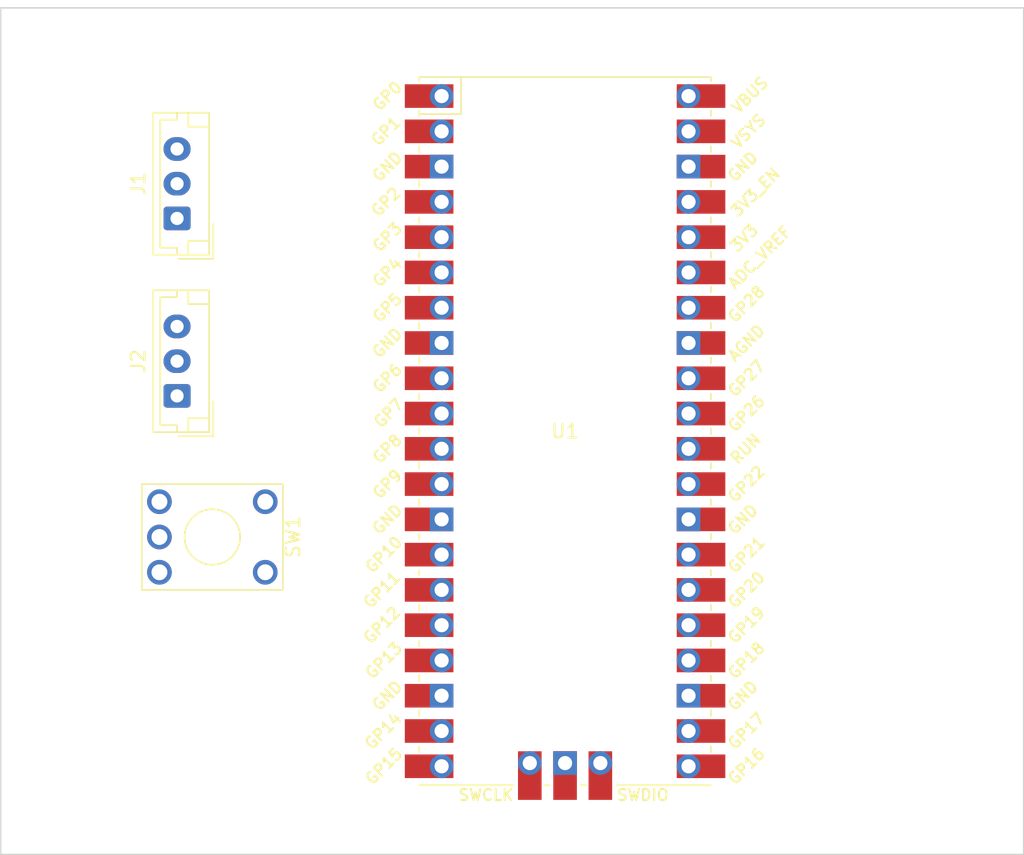
<source format=kicad_pcb>
(kicad_pcb (version 20211014) (generator pcbnew)
  (layers (0 "F.Cu" signal) (31 "B.Cu" signal) (34 "B.Paste" user) (35 "F.Paste" user) (36 "B.SilkS" user "B.Silkscreen") (37 "F.SilkS" user "F.Silkscreen") (38 "B.Mask" user) (39 "F.Mask" user) (44 "Edge.Cuts" user))
  (net 0 "")
  (net 1 "Net-(J2-Pad1)")
  (net 2 "Net-(J1-Pad2)")
  (net 3 "Net-(J1-Pad3)")
  (net 4 "Net-(J2-Pad2)")
  (net 5 "Net-(SW1-Pad2)")
  (footprint "Connector_JST:JST_EH_B3B-EH-A_1x03_P2.50mm_Vertical" (layer "F.Cu") (at 124.46 32.94 90)
    (fp_text reference "J1" (at 2.5 -2.8 90) (layer "F.SilkS"))
    (fp_text value "Conn_01x03")
    (fp_line (start -2.61 2.31) (end 7.61 2.31) (layer "F.SilkS") (width 0.12))
    (fp_line (start -2.61 0) (end -2.11 0) (layer "F.SilkS") (width 0.12))
    (fp_line (start 7.61 -1.71) (end -2.61 -1.71) (layer "F.SilkS") (width 0.12))
    (fp_line (start 6.61 0.81) (end 6.61 2.31) (layer "F.SilkS") (width 0.12))
    (fp_line (start -2.61 0.81) (end -1.61 0.81) (layer "F.SilkS") (width 0.12))
    (fp_line (start 7.11 -1.21) (end 7.11 0) (layer "F.SilkS") (width 0.12))
    (fp_line (start -2.11 0) (end -2.11 -1.21) (layer "F.SilkS") (width 0.12))
    (fp_line (start -2.11 -1.21) (end 7.11 -1.21) (layer "F.SilkS") (width 0.12))
    (fp_line (start -1.61 0.81) (end -1.61 2.31) (layer "F.SilkS") (width 0.12))
    (fp_line (start 7.11 0) (end 7.61 0) (layer "F.SilkS") (width 0.12))
    (fp_line (start -2.61 -1.71) (end -2.61 2.31) (layer "F.SilkS") (width 0.12))
    (fp_line (start 7.61 2.31) (end 7.61 -1.71) (layer "F.SilkS") (width 0.12))
    (fp_line (start -2.91 0.11) (end -2.91 2.61) (layer "F.SilkS") (width 0.12))
    (fp_line (start -2.91 2.61) (end -0.41 2.61) (layer "F.SilkS") (width 0.12))
    (fp_line (start 7.61 0.81) (end 6.61 0.81) (layer "F.SilkS") (width 0.12))
    (pad "1" thru_hole roundrect (at 0 0 90) (size 1.7 1.95) (drill 0.95) (layers *.Cu *.Mask) (roundrect_rratio 0.147059) (net 1 "Net-(J2-Pad1)"))
    (pad "2" thru_hole oval (at 2.5 0 90) (size 1.7 1.95) (drill 0.95) (layers *.Cu *.Mask) (net 2 "Net-(J1-Pad2)"))
    (pad "3" thru_hole oval (at 5 0 90) (size 1.7 1.95) (drill 0.95) (layers *.Cu *.Mask) (net 3 "Net-(J1-Pad3)"))
  )
  (footprint "MCU_RaspberryPi_and_Boards:RPi_Pico_SMD_TH" (layer "F.Cu") (at 152.4 48.26)
    (fp_text reference "U1" (at 0 0) (layer "F.SilkS"))
    (fp_text value "Pico")
    (fp_text user "GND" (at 12.8 19.05 45) (layer "F.SilkS") (effects (font (size 0.8 0.8))))
    (fp_text user "GP21" (at 13.054 8.9 45) (layer "F.SilkS") (effects (font (size 0.8 0.8))))
    (fp_text user "GP17" (at 13.054 21.59 45) (layer "F.SilkS") (effects (font (size 0.8 0.8))))
    (fp_text user "GP2" (at -12.9 -16.51 45) (layer "F.SilkS") (effects (font (size 0.8 0.8))))
    (fp_text user "VBUS" (at 13.3 -24.2 45) (layer "F.SilkS") (effects (font (size 0.8 0.8))))
    (fp_text user "GP7" (at -12.7 -1.3 45) (layer "F.SilkS") (effects (font (size 0.8 0.8))))
    (fp_text user "GP0" (at -12.8 -24.13 45) (layer "F.SilkS") (effects (font (size 0.8 0.8))))
    (fp_text user "GP3" (at -12.8 -13.97 45) (layer "F.SilkS") (effects (font (size 0.8 0.8))))
    (fp_text user "GP20" (at 13.054 11.43 45) (layer "F.SilkS") (effects (font (size 0.8 0.8))))
    (fp_text user "GND" (at 12.8 -19.05 45) (layer "F.SilkS") (effects (font (size 0.8 0.8))))
    (fp_text user "3V3_EN" (at 13.7 -17.2 45) (layer "F.SilkS") (effects (font (size 0.8 0.8))))
    (fp_text user "GP16" (at 13.054 24.13 45) (layer "F.SilkS") (effects (font (size 0.8 0.8))))
    (fp_text user "SWDIO" (at 5.6 26.2) (layer "F.SilkS") (effects (font (size 0.8 0.8))))
    (fp_text user "GP4" (at -12.8 -11.43 45) (layer "F.SilkS") (effects (font (size 0.8 0.8))))
    (fp_text user "GND" (at -12.8 19.05 45) (layer "F.SilkS") (effects (font (size 0.8 0.8))))
    (fp_text user "GP26" (at 13.054 -1.27 45) (layer "F.SilkS") (effects (font (size 0.8 0.8))))
    (fp_text user "GP15" (at -13.054 24.13 45) (layer "F.SilkS") (effects (font (size 0.8 0.8))))
    (fp_text user "GP10" (at -13.054 8.89 45) (layer "F.SilkS") (effects (font (size 0.8 0.8))))
    (fp_text user "GP6" (at -12.8 -3.81 45) (layer "F.SilkS") (effects (font (size 0.8 0.8))))
    (fp_text user "GP19" (at 13.054 13.97 45) (layer "F.SilkS") (effects (font (size 0.8 0.8))))
    (fp_text user "GP8" (at -12.8 1.27 45) (layer "F.SilkS") (effects (font (size 0.8 0.8))))
    (fp_text user "GND" (at -12.8 -6.35 45) (layer "F.SilkS") (effects (font (size 0.8 0.8))))
    (fp_text user "GND" (at -12.8 6.35 45) (layer "F.SilkS") (effects (font (size 0.8 0.8))))
    (fp_text user "3V3" (at 12.9 -13.9 45) (layer "F.SilkS") (effects (font (size 0.8 0.8))))
    (fp_text user "GP18" (at 13.054 16.51 45) (layer "F.SilkS") (effects (font (size 0.8 0.8))))
    (fp_text user "GP12" (at -13.2 13.97 45) (layer "F.SilkS") (effects (font (size 0.8 0.8))))
    (fp_text user "GP5" (at -12.8 -8.89 45) (layer "F.SilkS") (effects (font (size 0.8 0.8))))
    (fp_text user "GP1" (at -12.9 -21.6 45) (layer "F.SilkS") (effects (font (size 0.8 0.8))))
    (fp_text user "GP22" (at 13.054 3.81 45) (layer "F.SilkS") (effects (font (size 0.8 0.8))))
    (fp_text user "GP14" (at -13.1 21.59 45) (layer "F.SilkS") (effects (font (size 0.8 0.8))))
    (fp_text user "GP11" (at -13.2 11.43 45) (layer "F.SilkS") (effects (font (size 0.8 0.8))))
    (fp_text user "SWCLK" (at -5.7 26.2) (layer "F.SilkS") (effects (font (size 0.8 0.8))))
    (fp_text user "ADC_VREF" (at 14 -12.5 45) (layer "F.SilkS") (effects (font (size 0.8 0.8))))
    (fp_text user "VSYS" (at 13.2 -21.59 45) (layer "F.SilkS") (effects (font (size 0.8 0.8))))
    (fp_text user "GP13" (at -13.054 16.51 45) (layer "F.SilkS") (effects (font (size 0.8 0.8))))
    (fp_text user "GP9" (at -12.8 3.81 45) (layer "F.SilkS") (effects (font (size 0.8 0.8))))
    (fp_text user "AGND" (at 13.054 -6.35 45) (layer "F.SilkS") (effects (font (size 0.8 0.8))))
    (fp_text user "GP27" (at 13.054 -3.8 45) (layer "F.SilkS") (effects (font (size 0.8 0.8))))
    (fp_text user "GND" (at 12.8 6.35 45) (layer "F.SilkS") (effects (font (size 0.8 0.8))))
    (fp_text user "GND" (at -12.8 -19.05 45) (layer "F.SilkS") (effects (font (size 0.8 0.8))))
    (fp_text user "RUN" (at 13 1.27 45) (layer "F.SilkS") (effects (font (size 0.8 0.8))))
    (fp_text user "GP28" (at 13.054 -9.144 45) (layer "F.SilkS") (effects (font (size 0.8 0.8))))
    (fp_line (start -10.5 -23.1) (end -10.5 -22.7) (layer "F.SilkS") (width 0.12))
    (fp_line (start -10.5 -7.8) (end -10.5 -7.4) (layer "F.SilkS") (width 0.12))
    (fp_line (start 10.5 20.1) (end 10.5 20.5) (layer "F.SilkS") (width 0.12))
    (fp_line (start 10.5 2.3) (end 10.5 2.7) (layer "F.SilkS") (width 0.12))
    (fp_line (start -10.5 20.1) (end -10.5 20.5) (layer "F.SilkS") (width 0.12))
    (fp_line (start -10.5 -12.9) (end -10.5 -12.5) (layer "F.SilkS") (width 0.12))
    (fp_line (start 1.1 25.5) (end 1.5 25.5) (layer "F.SilkS") (width 0.12))
    (fp_line (start 10.5 17.6) (end 10.5 18) (layer "F.SilkS") (width 0.12))
    (fp_line (start -10.5 -15.4) (end -10.5 -15) (layer "F.SilkS") (width 0.12))
    (fp_line (start 10.5 -7.8) (end 10.5 -7.4) (layer "F.SilkS") (width 0.12))
    (fp_line (start 10.5 -15.4) (end 10.5 -15) (layer "F.SilkS") (width 0.12))
    (fp_line (start 10.5 -25.5) (end 10.5 -25.2) (layer "F.SilkS") (width 0.12))
    (fp_line (start -10.5 -18) (end -10.5 -17.6) (layer "F.SilkS") (width 0.12))
    (fp_line (start -10.5 15.1) (end -10.5 15.5) (layer "F.SilkS") (width 0.12))
    (fp_line (start 10.5 -20.5) (end 10.5 -20.1) (layer "F.SilkS") (width 0.12))
    (fp_line (start 10.5 -23.1) (end 10.5 -22.7) (layer "F.SilkS") (width 0.12))
    (fp_line (start -10.5 12.5) (end -10.5 12.9) (layer "F.SilkS") (width 0.12))
    (fp_line (start 10.5 -0.2) (end 10.5 0.2) (layer "F.SilkS") (width 0.12))
    (fp_line (start -7.493 -22.833) (end -7.493 -25.5) (layer "F.SilkS") (width 0.12))
    (fp_line (start 10.5 15.1) (end 10.5 15.5) (layer "F.SilkS") (width 0.12))
    (fp_line (start -10.5 17.6) (end -10.5 18) (layer "F.SilkS") (width 0.12))
    (fp_line (start -10.5 -0.2) (end -10.5 0.2) (layer "F.SilkS") (width 0.12))
    (fp_line (start -1.5 25.5) (end -1.1 25.5) (layer "F.SilkS") (width 0.12))
    (fp_line (start -10.5 -25.5) (end -10.5 -25.2) (layer "F.SilkS") (width 0.12))
    (fp_line (start 10.5 10) (end 10.5 10.4) (layer "F.SilkS") (width 0.12))
    (fp_line (start 10.5 22.7) (end 10.5 23.1) (layer "F.SilkS") (width 0.12))
    (fp_line (start 10.5 25.5) (end 3.7 25.5) (layer "F.SilkS") (width 0.12))
    (fp_line (start -10.5 4.9) (end -10.5 5.3) (layer "F.SilkS") (width 0.12))
    (fp_line (start 10.5 7.4) (end 10.5 7.8) (layer "F.SilkS") (width 0.12))
    (fp_line (start 10.5 -5.3) (end 10.5 -4.9) (layer "F.SilkS") (width 0.12))
    (fp_line (start 10.5 12.5) (end 10.5 12.9) (layer "F.SilkS") (width 0.12))
    (fp_line (start 10.5 -12.9) (end 10.5 -12.5) (layer "F.SilkS") (width 0.12))
    (fp_line (start -10.5 7.4) (end -10.5 7.8) (layer "F.SilkS") (width 0.12))
    (fp_line (start -3.7 25.5) (end -10.5 25.5) (layer "F.SilkS") (width 0.12))
    (fp_line (start -10.5 -5.3) (end -10.5 -4.9) (layer "F.SilkS") (width 0.12))
    (fp_line (start -10.5 -22.833) (end -7.493 -22.833) (layer "F.SilkS") (width 0.12))
    (fp_line (start -10.5 2.3) (end -10.5 2.7) (layer "F.SilkS") (width 0.12))
    (fp_line (start 10.5 -18) (end 10.5 -17.6) (layer "F.SilkS") (width 0.12))
    (fp_line (start -10.5 10) (end -10.5 10.4) (layer "F.SilkS") (width 0.12))
    (fp_line (start 10.5 -10.4) (end 10.5 -10) (layer "F.SilkS") (width 0.12))
    (fp_line (start -10.5 -20.5) (end -10.5 -20.1) (layer "F.SilkS") (width 0.12))
    (fp_line (start 10.5 -2.7) (end 10.5 -2.3) (layer "F.SilkS") (width 0.12))
    (fp_line (start -10.5 -2.7) (end -10.5 -2.3) (layer "F.SilkS") (width 0.12))
    (fp_line (start -10.5 -25.5) (end 10.5 -25.5) (layer "F.SilkS") (width 0.12))
    (fp_line (start 10.5 4.9) (end 10.5 5.3) (layer "F.SilkS") (width 0.12))
    (fp_line (start -10.5 22.7) (end -10.5 23.1) (layer "F.SilkS") (width 0.12))
    (fp_line (start -10.5 -10.4) (end -10.5 -10) (layer "F.SilkS") (width 0.12))
    (pad "" np_thru_hole oval (at -2.425 -20.97) (size 1.5 1.5) (drill 1.5) (layers *.Cu *.Mask))
    (pad "" np_thru_hole oval (at -2.725 -24) (size 1.8 1.8) (drill 1.8) (layers *.Cu *.Mask))
    (pad "" np_thru_hole oval (at 2.425 -20.97) (size 1.5 1.5) (drill 1.5) (layers *.Cu *.Mask))
    (pad "" np_thru_hole oval (at 2.725 -24) (size 1.8 1.8) (drill 1.8) (layers *.Cu *.Mask))
    (pad "1" thru_hole oval (at -8.89 -24.13) (size 1.7 1.7) (drill 1.02) (layers *.Cu *.Mask))
    (pad "1" smd rect (at -8.89 -24.13) (size 3.5 1.7) (drill (offset -0.9 0)) (layers "F.Cu" "F.Mask"))
    (pad "2" smd rect (at -8.89 -21.59) (size 3.5 1.7) (drill (offset -0.9 0)) (layers "F.Cu" "F.Mask"))
    (pad "2" thru_hole oval (at -8.89 -21.59) (size 1.7 1.7) (drill 1.02) (layers *.Cu *.Mask))
    (pad "3" thru_hole rect (at -8.89 -19.05) (size 1.7 1.7) (drill 1.02) (layers *.Cu *.Mask) (net 1 "Net-(J2-Pad1)"))
    (pad "3" smd rect (at -8.89 -19.05) (size 3.5 1.7) (drill (offset -0.9 0)) (layers "F.Cu" "F.Mask") (net 1 "Net-(J2-Pad1)"))
    (pad "4" smd rect (at -8.89 -16.51) (size 3.5 1.7) (drill (offset -0.9 0)) (layers "F.Cu" "F.Mask"))
    (pad "4" thru_hole oval (at -8.89 -16.51) (size 1.7 1.7) (drill 1.02) (layers *.Cu *.Mask))
    (pad "5" smd rect (at -8.89 -13.97) (size 3.5 1.7) (drill (offset -0.9 0)) (layers "F.Cu" "F.Mask") (net 2 "Net-(J1-Pad2)"))
    (pad "5" thru_hole oval (at -8.89 -13.97) (size 1.7 1.7) (drill 1.02) (layers *.Cu *.Mask) (net 2 "Net-(J1-Pad2)"))
    (pad "6" thru_hole oval (at -8.89 -11.43) (size 1.7 1.7) (drill 1.02) (layers *.Cu *.Mask) (net 4 "Net-(J2-Pad2)"))
    (pad "6" smd rect (at -8.89 -11.43) (size 3.5 1.7) (drill (offset -0.9 0)) (layers "F.Cu" "F.Mask") (net 4 "Net-(J2-Pad2)"))
    (pad "7" smd rect (at -8.89 -8.89) (size 3.5 1.7) (drill (offset -0.9 0)) (layers "F.Cu" "F.Mask"))
    (pad "7" thru_hole oval (at -8.89 -8.89) (size 1.7 1.7) (drill 1.02) (layers *.Cu *.Mask))
    (pad "8" thru_hole rect (at -8.89 -6.35) (size 1.7 1.7) (drill 1.02) (layers *.Cu *.Mask) (net 1 "Net-(J2-Pad1)"))
    (pad "8" smd rect (at -8.89 -6.35) (size 3.5 1.7) (drill (offset -0.9 0)) (layers "F.Cu" "F.Mask") (net 1 "Net-(J2-Pad1)"))
    (pad "9" thru_hole oval (at -8.89 -3.81) (size 1.7 1.7) (drill 1.02) (layers *.Cu *.Mask))
    (pad "9" smd rect (at -8.89 -3.81) (size 3.5 1.7) (drill (offset -0.9 0)) (layers "F.Cu" "F.Mask"))
    (pad "10" thru_hole oval (at -8.89 -1.27) (size 1.7 1.7) (drill 1.02) (layers *.Cu *.Mask) (net 5 "Net-(SW1-Pad2)"))
    (pad "10" smd rect (at -8.89 -1.27) (size 3.5 1.7) (drill (offset -0.9 0)) (layers "F.Cu" "F.Mask") (net 5 "Net-(SW1-Pad2)"))
    (pad "11" thru_hole oval (at -8.89 1.27) (size 1.7 1.7) (drill 1.02) (layers *.Cu *.Mask))
    (pad "11" smd rect (at -8.89 1.27) (size 3.5 1.7) (drill (offset -0.9 0)) (layers "F.Cu" "F.Mask"))
    (pad "12" thru_hole oval (at -8.89 3.81) (size 1.7 1.7) (drill 1.02) (layers *.Cu *.Mask))
    (pad "12" smd rect (at -8.89 3.81) (size 3.5 1.7) (drill (offset -0.9 0)) (layers "F.Cu" "F.Mask"))
    (pad "13" smd rect (at -8.89 6.35) (size 3.5 1.7) (drill (offset -0.9 0)) (layers "F.Cu" "F.Mask") (net 1 "Net-(J2-Pad1)"))
    (pad "13" thru_hole rect (at -8.89 6.35) (size 1.7 1.7) (drill 1.02) (layers *.Cu *.Mask) (net 1 "Net-(J2-Pad1)"))
    (pad "14" thru_hole oval (at -8.89 8.89) (size 1.7 1.7) (drill 1.02) (layers *.Cu *.Mask))
    (pad "14" smd rect (at -8.89 8.89) (size 3.5 1.7) (drill (offset -0.9 0)) (layers "F.Cu" "F.Mask"))
    (pad "15" thru_hole oval (at -8.89 11.43) (size 1.7 1.7) (drill 1.02) (layers *.Cu *.Mask))
    (pad "15" smd rect (at -8.89 11.43) (size 3.5 1.7) (drill (offset -0.9 0)) (layers "F.Cu" "F.Mask"))
    (pad "16" thru_hole oval (at -8.89 13.97) (size 1.7 1.7) (drill 1.02) (layers *.Cu *.Mask))
    (pad "16" smd rect (at -8.89 13.97) (size 3.5 1.7) (drill (offset -0.9 0)) (layers "F.Cu" "F.Mask"))
    (pad "17" smd rect (at -8.89 16.51) (size 3.5 1.7) (drill (offset -0.9 0)) (layers "F.Cu" "F.Mask"))
    (pad "17" thru_hole oval (at -8.89 16.51) (size 1.7 1.7) (drill 1.02) (layers *.Cu *.Mask))
    (pad "18" smd rect (at -8.89 19.05) (size 3.5 1.7) (drill (offset -0.9 0)) (layers "F.Cu" "F.Mask") (net 1 "Net-(J2-Pad1)"))
    (pad "18" thru_hole rect (at -8.89 19.05) (size 1.7 1.7) (drill 1.02) (layers *.Cu *.Mask) (net 1 "Net-(J2-Pad1)"))
    (pad "19" thru_hole oval (at -8.89 21.59) (size 1.7 1.7) (drill 1.02) (layers *.Cu *.Mask))
    (pad "19" smd rect (at -8.89 21.59) (size 3.5 1.7) (drill (offset -0.9 0)) (layers "F.Cu" "F.Mask"))
    (pad "20" smd rect (at -8.89 24.13) (size 3.5 1.7) (drill (offset -0.9 0)) (layers "F.Cu" "F.Mask"))
    (pad "20" thru_hole oval (at -8.89 24.13) (size 1.7 1.7) (drill 1.02) (layers *.Cu *.Mask))
    (pad "21" smd rect (at 8.89 24.13) (size 3.5 1.7) (drill (offset 0.9 0)) (layers "F.Cu" "F.Mask"))
    (pad "21" thru_hole oval (at 8.89 24.13) (size 1.7 1.7) (drill 1.02) (layers *.Cu *.Mask))
    (pad "22" smd rect (at 8.89 21.59) (size 3.5 1.7) (drill (offset 0.9 0)) (layers "F.Cu" "F.Mask"))
    (pad "22" thru_hole oval (at 8.89 21.59) (size 1.7 1.7) (drill 1.02) (layers *.Cu *.Mask))
    (pad "23" thru_hole rect (at 8.89 19.05) (size 1.7 1.7) (drill 1.02) (layers *.Cu *.Mask) (net 1 "Net-(J2-Pad1)"))
    (pad "23" smd rect (at 8.89 19.05) (size 3.5 1.7) (drill (offset 0.9 0)) (layers "F.Cu" "F.Mask") (net 1 "Net-(J2-Pad1)"))
    (pad "24" smd rect (at 8.89 16.51) (size 3.5 1.7) (drill (offset 0.9 0)) (layers "F.Cu" "F.Mask"))
    (pad "24" thru_hole oval (at 8.89 16.51) (size 1.7 1.7) (drill 1.02) (layers *.Cu *.Mask))
    (pad "25" smd rect (at 8.89 13.97) (size 3.5 1.7) (drill (offset 0.9 0)) (layers "F.Cu" "F.Mask"))
    (pad "25" thru_hole oval (at 8.89 13.97) (size 1.7 1.7) (drill 1.02) (layers *.Cu *.Mask))
    (pad "26" thru_hole oval (at 8.89 11.43) (size 1.7 1.7) (drill 1.02) (layers *.Cu *.Mask))
    (pad "26" smd rect (at 8.89 11.43) (size 3.5 1.7) (drill (offset 0.9 0)) (layers "F.Cu" "F.Mask"))
    (pad "27" thru_hole oval (at 8.89 8.89) (size 1.7 1.7) (drill 1.02) (layers *.Cu *.Mask))
    (pad "27" smd rect (at 8.89 8.89) (size 3.5 1.7) (drill (offset 0.9 0)) (layers "F.Cu" "F.Mask"))
    (pad "28" smd rect (at 8.89 6.35) (size 3.5 1.7) (drill (offset 0.9 0)) (layers "F.Cu" "F.Mask") (net 1 "Net-(J2-Pad1)"))
    (pad "28" thru_hole rect (at 8.89 6.35) (size 1.7 1.7) (drill 1.02) (layers *.Cu *.Mask) (net 1 "Net-(J2-Pad1)"))
    (pad "29" thru_hole oval (at 8.89 3.81) (size 1.7 1.7) (drill 1.02) (layers *.Cu *.Mask))
    (pad "29" smd rect (at 8.89 3.81) (size 3.5 1.7) (drill (offset 0.9 0)) (layers "F.Cu" "F.Mask"))
    (pad "30" thru_hole oval (at 8.89 1.27) (size 1.7 1.7) (drill 1.02) (layers *.Cu *.Mask))
    (pad "30" smd rect (at 8.89 1.27) (size 3.5 1.7) (drill (offset 0.9 0)) (layers "F.Cu" "F.Mask"))
    (pad "31" smd rect (at 8.89 -1.27) (size 3.5 1.7) (drill (offset 0.9 0)) (layers "F.Cu" "F.Mask"))
    (pad "31" thru_hole oval (at 8.89 -1.27) (size 1.7 1.7) (drill 1.02) (layers *.Cu *.Mask))
    (pad "32" thru_hole oval (at 8.89 -3.81) (size 1.7 1.7) (drill 1.02) (layers *.Cu *.Mask))
    (pad "32" smd rect (at 8.89 -3.81) (size 3.5 1.7) (drill (offset 0.9 0)) (layers "F.Cu" "F.Mask"))
    (pad "33" thru_hole rect (at 8.89 -6.35) (size 1.7 1.7) (drill 1.02) (layers *.Cu *.Mask) (net 1 "Net-(J2-Pad1)"))
    (pad "33" smd rect (at 8.89 -6.35) (size 3.5 1.7) (drill (offset 0.9 0)) (layers "F.Cu" "F.Mask") (net 1 "Net-(J2-Pad1)"))
    (pad "34" thru_hole oval (at 8.89 -8.89) (size 1.7 1.7) (drill 1.02) (layers *.Cu *.Mask))
    (pad "34" smd rect (at 8.89 -8.89) (size 3.5 1.7) (drill (offset 0.9 0)) (layers "F.Cu" "F.Mask"))
    (pad "35" smd rect (at 8.89 -11.43) (size 3.5 1.7) (drill (offset 0.9 0)) (layers "F.Cu" "F.Mask"))
    (pad "35" thru_hole oval (at 8.89 -11.43) (size 1.7 1.7) (drill 1.02) (layers *.Cu *.Mask))
    (pad "36" thru_hole oval (at 8.89 -13.97) (size 1.7 1.7) (drill 1.02) (layers *.Cu *.Mask) (net 3 "Net-(J1-Pad3)"))
    (pad "36" smd rect (at 8.89 -13.97) (size 3.5 1.7) (drill (offset 0.9 0)) (layers "F.Cu" "F.Mask") (net 3 "Net-(J1-Pad3)"))
    (pad "37" smd rect (at 8.89 -16.51) (size 3.5 1.7) (drill (offset 0.9 0)) (layers "F.Cu" "F.Mask"))
    (pad "37" thru_hole oval (at 8.89 -16.51) (size 1.7 1.7) (drill 1.02) (layers *.Cu *.Mask))
    (pad "38" smd rect (at 8.89 -19.05) (size 3.5 1.7) (drill (offset 0.9 0)) (layers "F.Cu" "F.Mask") (net 1 "Net-(J2-Pad1)"))
    (pad "38" thru_hole rect (at 8.89 -19.05) (size 1.7 1.7) (drill 1.02) (layers *.Cu *.Mask) (net 1 "Net-(J2-Pad1)"))
    (pad "39" smd rect (at 8.89 -21.59) (size 3.5 1.7) (drill (offset 0.9 0)) (layers "F.Cu" "F.Mask"))
    (pad "39" thru_hole oval (at 8.89 -21.59) (size 1.7 1.7) (drill 1.02) (layers *.Cu *.Mask))
    (pad "40" smd rect (at 8.89 -24.13) (size 3.5 1.7) (drill (offset 0.9 0)) (layers "F.Cu" "F.Mask"))
    (pad "40" thru_hole oval (at 8.89 -24.13) (size 1.7 1.7) (drill 1.02) (layers *.Cu *.Mask))
    (pad "41" thru_hole oval (at -2.54 23.9) (size 1.7 1.7) (drill 1.02) (layers *.Cu *.Mask))
    (pad "41" smd rect (at -2.54 23.9 90) (size 3.5 1.7) (drill (offset -0.9 0)) (layers "F.Cu" "F.Mask"))
    (pad "42" smd rect (at 0 23.9 90) (size 3.5 1.7) (drill (offset -0.9 0)) (layers "F.Cu" "F.Mask") (net 1 "Net-(J2-Pad1)"))
    (pad "42" thru_hole rect (at 0 23.9) (size 1.7 1.7) (drill 1.02) (layers *.Cu *.Mask) (net 1 "Net-(J2-Pad1)"))
    (pad "43" thru_hole oval (at 2.54 23.9) (size 1.7 1.7) (drill 1.02) (layers *.Cu *.Mask))
    (pad "43" smd rect (at 2.54 23.9 90) (size 3.5 1.7) (drill (offset -0.9 0)) (layers "F.Cu" "F.Mask"))
  )
  (footprint "Button_Switch_THT:KSA_Tactile_SPST" (layer "F.Cu") (at 130.81 53.34 -90)
    (fp_text reference "SW1" (at 2.54 -2 90) (layer "F.SilkS"))
    (fp_text value "SW_Push")
    (fp_line (start -1.27 -1.27) (end -1.27 8.89) (layer "F.SilkS") (width 0.12))
    (fp_line (start -1.27 -1.27) (end 6.35 -1.27) (layer "F.SilkS") (width 0.12))
    (fp_line (start 6.35 8.89) (end 6.35 -1.27) (layer "F.SilkS") (width 0.12))
    (fp_line (start -1.27 8.89) (end 6.35 8.89) (layer "F.SilkS") (width 0.12))
    (fp_circle (center 2.54 3.81) (end 0.54 3.81) (layer "F.SilkS") (width 0.12) (fill none))
    (pad "1" thru_hole circle (at 0 0 270) (size 1.778 1.778) (drill 1.143) (layers *.Cu *.Mask) (net 1 "Net-(J2-Pad1)"))
    (pad "2" thru_hole circle (at 5.08 0 270) (size 1.778 1.778) (drill 1.143) (layers *.Cu *.Mask) (net 5 "Net-(SW1-Pad2)"))
    (pad "3" thru_hole circle (at 5.08 7.62 270) (size 1.778 1.778) (drill 1.143) (layers *.Cu *.Mask))
    (pad "4" thru_hole circle (at 2.54 7.62 270) (size 1.778 1.778) (drill 1.143) (layers *.Cu *.Mask))
    (pad "5" thru_hole circle (at 0 7.62 270) (size 1.778 1.778) (drill 1.143) (layers *.Cu *.Mask))
  )
  (footprint "Connector_JST:JST_EH_B3B-EH-A_1x03_P2.50mm_Vertical" (layer "F.Cu") (at 124.46 45.72 90)
    (fp_text reference "J2" (at 2.5 -2.8 90) (layer "F.SilkS"))
    (fp_text value "Conn_01x03")
    (fp_line (start -2.61 0.81) (end -1.61 0.81) (layer "F.SilkS") (width 0.12))
    (fp_line (start -1.61 0.81) (end -1.61 2.31) (layer "F.SilkS") (width 0.12))
    (fp_line (start 7.61 2.31) (end 7.61 -1.71) (layer "F.SilkS") (width 0.12))
    (fp_line (start -2.91 0.11) (end -2.91 2.61) (layer "F.SilkS") (width 0.12))
    (fp_line (start 7.11 -1.21) (end 7.11 0) (layer "F.SilkS") (width 0.12))
    (fp_line (start 7.11 0) (end 7.61 0) (layer "F.SilkS") (width 0.12))
    (fp_line (start -2.91 2.61) (end -0.41 2.61) (layer "F.SilkS") (width 0.12))
    (fp_line (start -2.11 0) (end -2.11 -1.21) (layer "F.SilkS") (width 0.12))
    (fp_line (start -2.61 0) (end -2.11 0) (layer "F.SilkS") (width 0.12))
    (fp_line (start -2.11 -1.21) (end 7.11 -1.21) (layer "F.SilkS") (width 0.12))
    (fp_line (start 7.61 0.81) (end 6.61 0.81) (layer "F.SilkS") (width 0.12))
    (fp_line (start -2.61 -1.71) (end -2.61 2.31) (layer "F.SilkS") (width 0.12))
    (fp_line (start 7.61 -1.71) (end -2.61 -1.71) (layer "F.SilkS") (width 0.12))
    (fp_line (start -2.61 2.31) (end 7.61 2.31) (layer "F.SilkS") (width 0.12))
    (fp_line (start 6.61 0.81) (end 6.61 2.31) (layer "F.SilkS") (width 0.12))
    (pad "1" thru_hole roundrect (at 0 0 90) (size 1.7 1.95) (drill 0.95) (layers *.Cu *.Mask) (roundrect_rratio 0.147059) (net 1 "Net-(J2-Pad1)"))
    (pad "2" thru_hole oval (at 2.5 0 90) (size 1.7 1.95) (drill 0.95) (layers *.Cu *.Mask) (net 4 "Net-(J2-Pad2)"))
    (pad "3" thru_hole oval (at 5 0 90) (size 1.7 1.95) (drill 0.95) (layers *.Cu *.Mask) (net 3 "Net-(J1-Pad3)"))
  )
  (gr_rect (start 111.76 17.78) (end 185.42 78.74) (layer "Edge.Cuts") (width 0.1) (fill none))
)
</source>
